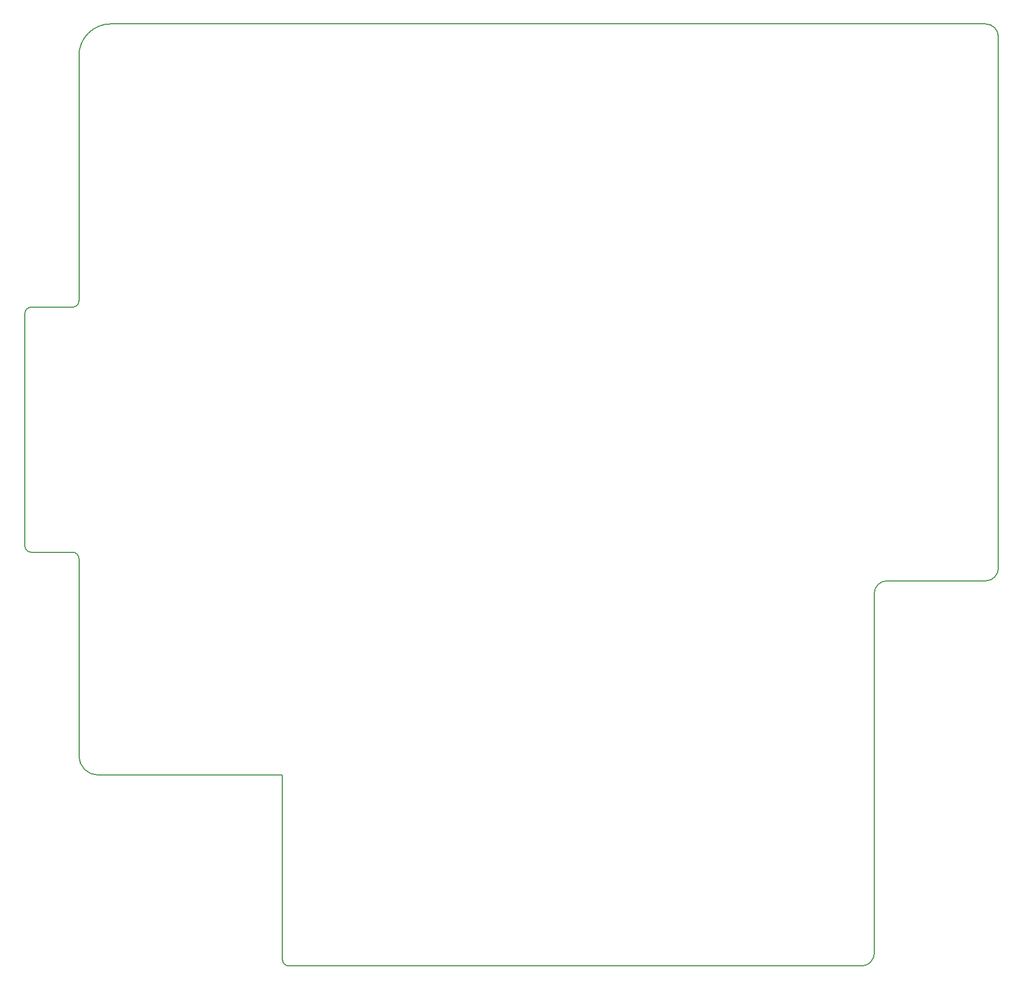
<source format=gbr>
G04 #@! TF.GenerationSoftware,KiCad,Pcbnew,5.1.5-52549c5~86~ubuntu16.04.1*
G04 #@! TF.CreationDate,2020-07-05T11:22:45-05:00*
G04 #@! TF.ProjectId,keep_breathing_ctrl,6b656570-5f62-4726-9561-7468696e675f,rev?*
G04 #@! TF.SameCoordinates,Original*
G04 #@! TF.FileFunction,Profile,NP*
%FSLAX46Y46*%
G04 Gerber Fmt 4.6, Leading zero omitted, Abs format (unit mm)*
G04 Created by KiCad (PCBNEW 5.1.5-52549c5~86~ubuntu16.04.1) date 2020-07-05 11:22:45*
%MOMM*%
%LPD*%
G04 APERTURE LIST*
%ADD10C,0.150000*%
G04 APERTURE END LIST*
D10*
X173500000Y-111000000D02*
G75*
G02X175500000Y-109000000I2000000J0D01*
G01*
X193000000Y-107000000D02*
G75*
G02X191000000Y-109000000I-2000000J0D01*
G01*
X191000000Y-109000000D02*
X175500000Y-109000000D01*
X193000000Y-23500000D02*
X193000000Y-107000000D01*
X48500000Y-26500000D02*
G75*
G02X53500000Y-21500000I5000000J0D01*
G01*
X51500000Y-139500000D02*
G75*
G02X48500000Y-136500000I0J3000000D01*
G01*
X41000000Y-66000000D02*
X47500000Y-66000000D01*
X48500000Y-65000000D02*
G75*
G02X47500000Y-66000000I-1000000J0D01*
G01*
X48500000Y-26500000D02*
X48500000Y-65000000D01*
X81500000Y-169500000D02*
G75*
G02X80500000Y-168500000I0J1000000D01*
G01*
X173500000Y-167500000D02*
G75*
G02X171500000Y-169500000I-2000000J0D01*
G01*
X173500000Y-111000000D02*
X173500000Y-167500000D01*
X191000000Y-21500000D02*
G75*
G02X193000000Y-23500000I0J-2000000D01*
G01*
X191000000Y-21500000D02*
X53500000Y-21500000D01*
X41000000Y-104500000D02*
X47500000Y-104500000D01*
X47500000Y-104500000D02*
G75*
G02X48500000Y-105500000I0J-1000000D01*
G01*
X41000000Y-104500000D02*
G75*
G02X40000000Y-103500000I0J1000000D01*
G01*
X40000000Y-67000000D02*
G75*
G02X41000000Y-66000000I1000000J0D01*
G01*
X48500000Y-105500000D02*
X48500000Y-136500000D01*
X40000000Y-103500000D02*
X40000000Y-67000000D01*
X80500000Y-168500000D02*
X80500000Y-139500000D01*
X80500000Y-139500000D02*
X51500000Y-139500000D01*
X171500000Y-169500000D02*
X81500000Y-169500000D01*
M02*

</source>
